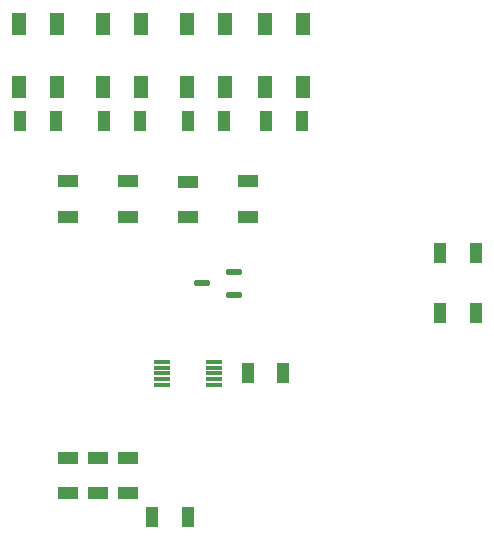
<source format=gtp>
G04*
G04 #@! TF.GenerationSoftware,Altium Limited,Altium Designer,25.4.2 (15)*
G04*
G04 Layer_Color=8421504*
%FSLAX44Y44*%
%MOMM*%
G71*
G04*
G04 #@! TF.SameCoordinates,F20BE116-99DB-4855-A558-1B6AC0D64E7D*
G04*
G04*
G04 #@! TF.FilePolarity,Positive*
G04*
G01*
G75*
%ADD17R,1.1176X1.8034*%
%ADD18R,1.2065X1.9000*%
%ADD19R,1.8034X1.1176*%
G04:AMPARAMS|DCode=20|XSize=1.35mm|YSize=0.59mm|CornerRadius=0.1475mm|HoleSize=0mm|Usage=FLASHONLY|Rotation=180.000|XOffset=0mm|YOffset=0mm|HoleType=Round|Shape=RoundedRectangle|*
%AMROUNDEDRECTD20*
21,1,1.3500,0.2950,0,0,180.0*
21,1,1.0550,0.5900,0,0,180.0*
1,1,0.2950,-0.5275,0.1475*
1,1,0.2950,0.5275,0.1475*
1,1,0.2950,0.5275,-0.1475*
1,1,0.2950,-0.5275,-0.1475*
%
%ADD20ROUNDEDRECTD20*%
%ADD21R,1.4700X0.3000*%
%ADD22R,1.4500X0.3000*%
D17*
X955294Y594360D02*
D03*
X985266D02*
D03*
X889254D02*
D03*
X919226D02*
D03*
X818134D02*
D03*
X848106D02*
D03*
X747014D02*
D03*
X776986D02*
D03*
X1132586Y431800D02*
D03*
X1102614D02*
D03*
X858774Y259080D02*
D03*
X888746D02*
D03*
X1102614Y482600D02*
D03*
X1132586D02*
D03*
X969772Y381000D02*
D03*
X939800D02*
D03*
D18*
X778129Y623240D02*
D03*
Y677240D02*
D03*
X745871Y623240D02*
D03*
Y677240D02*
D03*
X920369Y623240D02*
D03*
Y677240D02*
D03*
X888111Y623240D02*
D03*
Y677240D02*
D03*
X986409Y623240D02*
D03*
Y677240D02*
D03*
X954151Y623240D02*
D03*
Y677240D02*
D03*
X849249Y623240D02*
D03*
Y677240D02*
D03*
X816991Y623240D02*
D03*
Y677240D02*
D03*
D19*
X787400Y513588D02*
D03*
Y543560D02*
D03*
X889000Y543306D02*
D03*
Y513334D02*
D03*
X939800Y543560D02*
D03*
Y513588D02*
D03*
X838200Y309372D02*
D03*
Y279400D02*
D03*
X812800Y309372D02*
D03*
Y279400D02*
D03*
X787400Y309372D02*
D03*
Y279400D02*
D03*
X838200Y513588D02*
D03*
Y543560D02*
D03*
D20*
X927700Y447700D02*
D03*
X901100Y457200D02*
D03*
X927700Y466700D02*
D03*
D21*
X911000Y391000D02*
D03*
Y386000D02*
D03*
Y381000D02*
D03*
Y376000D02*
D03*
Y371000D02*
D03*
X867000D02*
D03*
Y376000D02*
D03*
Y381000D02*
D03*
Y386000D02*
D03*
D22*
Y391000D02*
D03*
M02*

</source>
